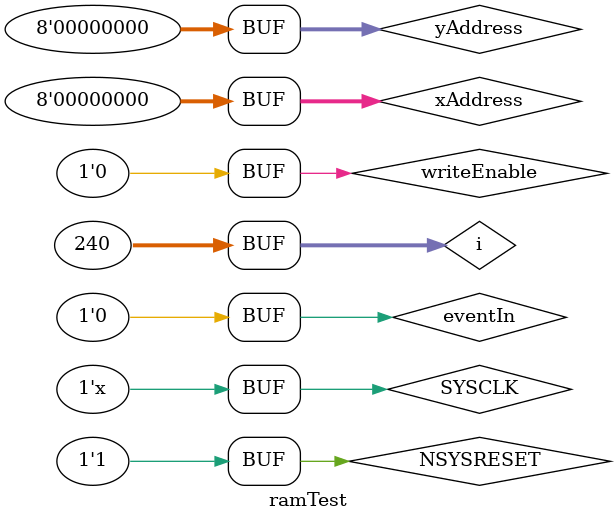
<source format=v>


`timescale 1ns/100ps

module ramTest;

parameter SYSCLK_PERIOD = 1;// 10MHZ

reg SYSCLK;
reg NSYSRESET;

initial
begin
    SYSCLK = 1'b0;
    NSYSRESET = 1'b0;
end

//////////////////////////////////////////////////////////////////////
// Reset Pulse
//////////////////////////////////////////////////////////////////////
initial
begin
    #(SYSCLK_PERIOD * 1 )
        NSYSRESET = 1'b1;
end


//////////////////////////////////////////////////////////////////////
// Clock Driver
//////////////////////////////////////////////////////////////////////
always @(SYSCLK)
    #(SYSCLK_PERIOD / 2.0) SYSCLK <= !SYSCLK;


reg [7:0] xAddress;
reg [7:0] yAddress;
reg eventIn;
reg writeEnable;
wire pixelOut;


initial begin
    xAddress = 0;
    yAddress = 0;
    writeEnable = 0;
    eventIn = 0;
end

//////////////////////////////////////////////////////////////////////
// Instantiate Unit Under Test:  imageROM
//////////////////////////////////////////////////////////////////////
imageROM imageROM_0 (
    // Inputs
    .xAddr(xAddress),
    .yAddr(yAddress),
    .eventIn(eventIn),
    .clk(SYSCLK),
    .write(writeEnable),

    // Outputs
    .pixelValue(pixelOut)
);

localparam IMWIDTH = 240;
localparam IMHEIGHT = 180;

integer i;
integer j;


initial begin
    writeEnable = 1;
    #1.5;
    for (i = 0; i < IMWIDTH; i = i + 1) begin
        xAddress = xAddress + 1;
        #1;
        if (i%3 == 0) begin
            eventIn = 1;
        end
        else begin
            eventIn = 0;
        end
    end
    writeEnable = 0;
    xAddress = 0;
    for (i = 0; i < IMWIDTH; i = i + 1) begin
        xAddress = xAddress + 1;
        #1;
    end
end


endmodule


</source>
